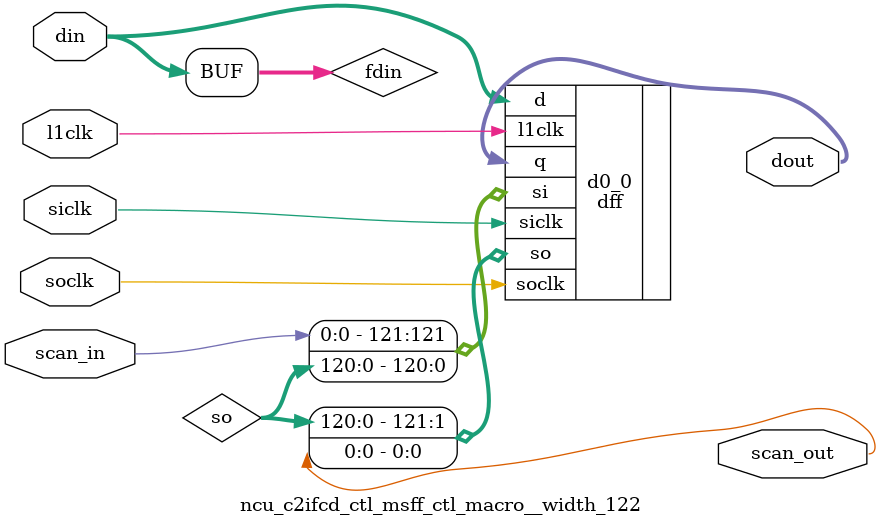
<source format=v>
module ncu_c2ifcd_ctl (
  cmp_io_sync_en, 
  cpubuf_head_s, 
  intbuf_hit_hwm, 
  io_cmp_sync_en, 
  io_mondo_data0_din_s, 
  io_mondo_data1_din_s, 
  io_mondo_data_wr_addr_s, 
  io_mondo_data_wr_s, 
  l2clk, 
  mondo_data0_dout, 
  mondo_data1_dout, 
  pcx_ncu_data_px2, 
  pcx_ncu_data_rdy_px1, 
  tcu_scan_en, 
  scan_in, 
  tap_mondo_acc_addr_s, 
  tap_mondo_acc_seq_s, 
  tap_mondo_din_s, 
  tap_mondo_wr_s, 
  tcu_clk_stop, 
  tcu_pce_ov, 
  tcu_aclk, 
  tcu_bclk, 
  mb0_mondo_rd_en, 
  mb0_mondo_wr_en, 
  mb0_intbuf_wr_en, 
  mb0_waddr, 
  mb0_raddr, 
  mb0_wdata, 
  mb0_run, 
  mb1_run, 
  mb1_wdata, 
  mb1_cpubuf_wr_en, 
  mb1_addr, 
  cpubuf_din, 
  cpubuf_tail_f, 
  cpubuf_tail_ptr, 
  cpubuf_wr, 
  intbuf_wr, 
  intbuf_din, 
  mondo_busy_vec_f, 
  mondo_data0_din, 
  mondo_data0_wr, 
  mondo_data1_din, 
  mondo_data1_wr, 
  mondo_data_addr_p0, 
  mondo_data_addr_p1, 
  mondo_rd_en, 
  ncu_pcx_stall_pq, 
  scan_out, 
  tap_mondo_acc_addr_invld_d2_f, 
  tap_mondo_acc_seq_d2_f, 
  tap_mondo_dout_d2_f, 
  intbuf_wr2i2c, 
  mondotbl_pe_f, 
  mondotbl_pei) ;
wire io_mondo_data_wr;
wire mondo_data_bypass_d2;
wire mondo_addr_creg_mdata0_dec_d2;
wire mondo_addr_creg_mdata1_dec_d2;
wire mondo_addr_creg_mbusy_dec_d2;
wire tap_mondo_rd_d2;
wire cpu_mondo_addr_invld_d2;
wire cpu_mondo_rd_d2;
wire [5:0] mondo_busy_addr_p0;
wire [5:0] mondo_busy_addr_p1;
wire mondo_busy_wr_p1;
wire [5:0] mondo_busy_addr_p2;
wire mondo_busy_wr_p2;
wire ncu_c2ifc_ctl_scanin;
wire ncu_c2ifc_ctl_scanout;
wire pcx_ncu_vld;
wire [4:0] pcx_ncu_req;
wire [39:0] pcx_ncu_addr;
wire [5:0] pcx_ncu_cputhr;
wire ncu_c2ifd_ctl_scanin;
wire ncu_c2ifd_ctl_scanout;


input			cmp_io_sync_en;		// To ncu_c2ifc_ctl of ncu_c2ifc_ctl.v, ...
input [5:0]		cpubuf_head_s;		// To ncu_c2ifc_ctl of ncu_c2ifc_ctl.v
input			intbuf_hit_hwm;	// To ncu_c2ifc_ctl of ncu_c2ifc_ctl.v
input			io_cmp_sync_en;		// To ncu_c2ifc_ctl of ncu_c2ifc_ctl.v, ...
input [63:0]		io_mondo_data0_din_s;	// To ncu_c2ifd_ctl of ncu_c2ifd_ctl.v
input [63:0]		io_mondo_data1_din_s;	// To ncu_c2ifd_ctl of ncu_c2ifd_ctl.v
input [5:0]		io_mondo_data_wr_addr_s;// To ncu_c2ifc_ctl of ncu_c2ifc_ctl.v
input			io_mondo_data_wr_s;	// To ncu_c2ifc_ctl of ncu_c2ifc_ctl.v
input			l2clk;			// To ncu_c2ifc_ctl of ncu_c2ifc_ctl.v, ...
input [71:0]		mondo_data0_dout;	// To ncu_c2ifd_ctl of ncu_c2ifd_ctl.v
input [71:0]		mondo_data1_dout;	// To ncu_c2ifd_ctl of ncu_c2ifd_ctl.v
input [129:0]		pcx_ncu_data_px2;	// To ncu_c2ifd_ctl of ncu_c2ifd_ctl.v
input			pcx_ncu_data_rdy_px1;	// To ncu_c2ifc_ctl of ncu_c2ifc_ctl.v
input			tcu_scan_en;
input			scan_in;		// To ncu_c2ifc_ctl of ncu_c2ifc_ctl.v
input [21:0]		tap_mondo_acc_addr_s;	// To ncu_c2ifc_ctl of ncu_c2ifc_ctl.v
input			tap_mondo_acc_seq_s;	// To ncu_c2ifc_ctl of ncu_c2ifc_ctl.v
input [63:0]		tap_mondo_din_s;	// To ncu_c2ifd_ctl of ncu_c2ifd_ctl.v
input			tap_mondo_wr_s;		// To ncu_c2ifc_ctl of ncu_c2ifc_ctl.v
input			tcu_clk_stop;		// To ncu_c2ifc_ctl of ncu_c2ifc_ctl.v, ...
input			tcu_pce_ov;		// To ncu_c2ifc_ctl of ncu_c2ifc_ctl.v, ...
input			tcu_aclk;		// To ncu_c2ifc_ctl of ncu_c2ifc_ctl.v, ...
input			tcu_bclk;		// To ncu_c2ifc_ctl of ncu_c2ifc_ctl.v, ...
//input			mb0_mondo_sel;
input			mb0_mondo_rd_en;
input			mb0_mondo_wr_en;
//input			mb0_cpubuf_sel;
//input			mb0_intbuf_sel;
input			mb0_intbuf_wr_en;
input [5:0]		mb0_waddr;
input [5:0]		mb0_raddr;
input [7:0]		mb0_wdata;
input			mb0_run;

input			mb1_run;
input[7:0]		mb1_wdata;
input			mb1_cpubuf_wr_en;
input[5:0]		mb1_addr;

output [143:0]		cpubuf_din;		// From ncu_c2ifd_ctl of ncu_c2ifd_ctl.v
output [5:0]		cpubuf_tail_f;		// From ncu_c2ifc_ctl of ncu_c2ifc_ctl.v
output [4:0]		cpubuf_tail_ptr;	// From ncu_c2ifc_ctl of ncu_c2ifc_ctl.v
output			cpubuf_wr;		// From ncu_c2ifc_ctl of ncu_c2ifc_ctl.v
output			intbuf_wr;		// From ncu_c2ifc_ctl of ncu_c2ifc_ctl.v
output [143:0]		intbuf_din;		// From ncu_c2ifd_ctl of ncu_c2ifd_ctl.v
output [63:0]		mondo_busy_vec_f;	// From ncu_c2ifd_ctl of ncu_c2ifd_ctl.v
output [71:0]		mondo_data0_din;	// From ncu_c2ifd_ctl of ncu_c2ifd_ctl.v
output			mondo_data0_wr;		// From ncu_c2ifc_ctl of ncu_c2ifc_ctl.v
output [71:0]		mondo_data1_din;	// From ncu_c2ifd_ctl of ncu_c2ifd_ctl.v
output			mondo_data1_wr;		// From ncu_c2ifc_ctl of ncu_c2ifc_ctl.v
output [5:0]		mondo_data_addr_p0;	// From ncu_c2ifc_ctl of ncu_c2ifc_ctl.v
output [5:0]		mondo_data_addr_p1;	// From ncu_c2ifc_ctl of ncu_c2ifc_ctl.v
output 			mondo_rd_en;
output			ncu_pcx_stall_pq;	// From ncu_c2ifc_ctl of ncu_c2ifc_ctl.v
output			scan_out;		// From ncu_c2ifd_ctl of ncu_c2ifd_ctl.v
output			tap_mondo_acc_addr_invld_d2_f;// From ncu_c2ifc_ctl of ncu_c2ifc_ctl.v
output			tap_mondo_acc_seq_d2_f;	// From ncu_c2ifc_ctl of ncu_c2ifc_ctl.v
output [63:0]		tap_mondo_dout_d2_f;	// From ncu_c2ifd_ctl of ncu_c2ifd_ctl.v
output			intbuf_wr2i2c;

// err ecc //
output			mondotbl_pe_f;
input			mondotbl_pei;


//assign mondo_rd_en = mb0_run ? mb0_mondo_rd_en : 1'b1;
assign mondo_rd_en = mb0_run ? mb0_mondo_rd_en : ~((mondo_data_addr_p0[5:0]==mondo_data_addr_p1[5:0])&
                                                                       (mondo_data0_wr|mondo_data1_wr));

/*****************************************************************
 * cpu-to-io fast control
 *****************************************************************/
///* ncu_c2ifc_ctl auto_template ( 
//				.scan_out() ); */
ncu_c2ifc_ctl ncu_c2ifc_ctl (/*AUTOINST*/
			     // Outputs
			     .ncu_pcx_stall_pq(ncu_pcx_stall_pq),
			     .io_mondo_data_wr(io_mondo_data_wr),
			     .mondo_data_bypass_d2(mondo_data_bypass_d2),
			     .mondo_addr_creg_mdata0_dec_d2(mondo_addr_creg_mdata0_dec_d2),
			     .mondo_addr_creg_mdata1_dec_d2(mondo_addr_creg_mdata1_dec_d2),
			     .mondo_addr_creg_mbusy_dec_d2(mondo_addr_creg_mbusy_dec_d2),
			     .tap_mondo_rd_d2(tap_mondo_rd_d2),
			     .cpu_mondo_addr_invld_d2(cpu_mondo_addr_invld_d2),
			     .cpubuf_tail_f(cpubuf_tail_f[5:0]),
			     .intbuf_wr	(intbuf_wr),
			     .intbuf_wr2i2c(intbuf_wr2i2c),
			     .cpu_mondo_rd_d2(cpu_mondo_rd_d2),
			     .tap_mondo_acc_addr_invld_d2_f(tap_mondo_acc_addr_invld_d2_f),
			     .tap_mondo_acc_seq_d2_f(tap_mondo_acc_seq_d2_f),
			     .mondo_data_addr_p0(mondo_data_addr_p0[5:0]),
			     .mondo_busy_addr_p0(mondo_busy_addr_p0[5:0]),
			     .mondo_data_addr_p1(mondo_data_addr_p1[5:0]),
			     .mondo_busy_addr_p1(mondo_busy_addr_p1[5:0]),
			     .mondo_busy_wr_p1(mondo_busy_wr_p1),
			     .mondo_busy_addr_p2(mondo_busy_addr_p2[5:0]),
			     .mondo_busy_wr_p2(mondo_busy_wr_p2),
			     .mondo_data0_wr(mondo_data0_wr),
			     .mondo_data1_wr(mondo_data1_wr),
			     .cpubuf_wr	(cpubuf_wr),
			     .cpubuf_tail_ptr(cpubuf_tail_ptr[4:0]),
			     // Inputs
			     .scan_in(ncu_c2ifc_ctl_scanin),
			     .scan_out(ncu_c2ifc_ctl_scanout),
			     .l2clk	(l2clk),
			     .cmp_io_sync_en(cmp_io_sync_en),
			     .io_cmp_sync_en(io_cmp_sync_en),
			     .tcu_scan_en(tcu_scan_en),
			     .tcu_pce_ov(tcu_pce_ov),
			     .tcu_clk_stop(tcu_clk_stop),
			     .tcu_aclk	(tcu_aclk),
			     .tcu_bclk	(tcu_bclk),
			     .pcx_ncu_data_rdy_px1(pcx_ncu_data_rdy_px1),
			     .pcx_ncu_vld(pcx_ncu_vld),
			     .pcx_ncu_req(pcx_ncu_req[4:0]),
			     .pcx_ncu_addr(pcx_ncu_addr[39:0]),
			     .pcx_ncu_cputhr(pcx_ncu_cputhr[5:0]),
			     .cpubuf_head_s(cpubuf_head_s[5:0]),
			     .intbuf_hit_hwm(intbuf_hit_hwm),
			     .io_mondo_data_wr_s(io_mondo_data_wr_s),
			     .io_mondo_data_wr_addr_s(io_mondo_data_wr_addr_s[5:0]),
			     .tap_mondo_acc_addr_s(tap_mondo_acc_addr_s[21:0]),
			     .tap_mondo_acc_seq_s(tap_mondo_acc_seq_s),
			     .tap_mondo_wr_s(tap_mondo_wr_s),
			     .mb1_cpubuf_wr_en(mb1_cpubuf_wr_en),
			     .mb1_run(mb1_run),
			     .mb1_waddr(mb1_addr[5:0]),
			     .mb0_run(mb0_run),
			     .mb0_intbuf_wr_en(mb0_intbuf_wr_en),
			     .mb0_waddr	(mb0_waddr[5:0]),
			     .mb0_raddr	(mb0_raddr[5:0]),
  .mb0_mondo_wr_en(mb0_mondo_wr_en));


/*****************************************************************
 * cpu-to-io fast datapath
 *****************************************************************/
///* ncu_c2ifd_ctl auto_template ( 
// 				.scan_out( ) ); */
ncu_c2ifd_ctl ncu_c2ifd_ctl (/*AUTOINST*/
			     // Outputs
			     .pcx_ncu_vld(pcx_ncu_vld),
			     .pcx_ncu_req(pcx_ncu_req[4:0]),
			     .pcx_ncu_addr(pcx_ncu_addr[39:0]),
			     .pcx_ncu_cputhr(pcx_ncu_cputhr[5:0]),
			     .tap_mondo_dout_d2_f(tap_mondo_dout_d2_f[63:0]),
			     .mondotbl_pe_f(mondotbl_pe_f),
			     .intbuf_din(intbuf_din[143:0]),
			     .mondo_data0_din(mondo_data0_din[71:0]),
			     .mondo_data1_din(mondo_data1_din[71:0]),
			     .mondo_busy_vec_f(mondo_busy_vec_f[63:0]),
			     .cpubuf_din(cpubuf_din[143:0]),
			     // Inputs
			     .scan_in(ncu_c2ifd_ctl_scanin),
			     .scan_out(ncu_c2ifd_ctl_scanout),
			     .l2clk	(l2clk),
			     .cmp_io_sync_en(cmp_io_sync_en),
			     .io_cmp_sync_en(io_cmp_sync_en),
			     .tcu_scan_en(tcu_scan_en),
			     .tcu_pce_ov(tcu_pce_ov),
			     .tcu_clk_stop(tcu_clk_stop),
			     .tcu_aclk	(tcu_aclk),
			     .tcu_bclk	(tcu_bclk),
			     .pcx_ncu_data_px2(pcx_ncu_data_px2[129:0]),
			     .io_mondo_data_wr(io_mondo_data_wr),
			     .mondo_data_bypass_d2(mondo_data_bypass_d2),
			     .mondo_addr_creg_mdata0_dec_d2(mondo_addr_creg_mdata0_dec_d2),
			     .mondo_addr_creg_mdata1_dec_d2(mondo_addr_creg_mdata1_dec_d2),
			     .mondo_addr_creg_mbusy_dec_d2(mondo_addr_creg_mbusy_dec_d2),
			     .tap_mondo_rd_d2(tap_mondo_rd_d2),
			     .cpu_mondo_rd_d2(cpu_mondo_rd_d2),
			     .cpu_mondo_addr_invld_d2(cpu_mondo_addr_invld_d2),
			     .io_mondo_data0_din_s(io_mondo_data0_din_s[63:0]),
			     .io_mondo_data1_din_s(io_mondo_data1_din_s[63:0]),
			     .tap_mondo_din_s(tap_mondo_din_s[63:0]),
			     .mb0_mondo_wr_en(mb0_mondo_wr_en),
			     //.mb0_intbuf_wr_en(mb0_intbuf_wr_en),
			     //.mb0_cpubuf_sel(mb0_cpubuf_sel),
			     .mb1_run(mb1_run),
			     .mb1_wdata(mb1_wdata[7:0]),
			     .mb1_addr(mb1_addr[5:0]),
			     .mb1_cpubuf_wr_en(mb1_cpubuf_wr_en),
			     .mb0_run(mb0_run),
			     .mb0_wdata	(mb0_wdata[7:0]),
			     .mondotbl_pei(mondotbl_pei),
			     .mondo_data0_dout(mondo_data0_dout[71:0]),
			     .mondo_data1_dout(mondo_data1_dout[71:0]),
			     .mondo_busy_addr_p0(mondo_busy_addr_p0[5:0]),
			     .mondo_busy_addr_p1(mondo_busy_addr_p1[5:0]),
			     .mondo_busy_wr_p1(mondo_busy_wr_p1),
			     .mondo_busy_addr_p2(mondo_busy_addr_p2[5:0]),
			     .mondo_busy_wr_p2(mondo_busy_wr_p2));



// fixscan start:
assign ncu_c2ifc_ctl_scanin      = scan_in                  ;
assign ncu_c2ifd_ctl_scanin      = ncu_c2ifc_ctl_scanout    ;
assign scan_out                  = ncu_c2ifd_ctl_scanout    ;
// fixscan end:
endmodule

// Local Variables:
// verilog-library-directories:("." "../common")
// End:
//



// any PARAMS parms go into naming of macro

module ncu_c2ifcd_ctl_msff_ctl_macro__width_1 (
  din, 
  l1clk, 
  scan_in, 
  siclk, 
  soclk, 
  dout, 
  scan_out);
wire [0:0] fdin;

  input [0:0] din;
  input l1clk;
  input scan_in;


  input siclk;
  input soclk;

  output [0:0] dout;
  output scan_out;
assign fdin[0:0] = din[0:0];






dff /*#(1)*/  d0_0 (
.l1clk(l1clk),
.siclk(siclk),
.soclk(soclk),
.d(fdin[0:0]),
.si(scan_in),
.so(scan_out),
.q(dout[0:0])
);












endmodule













// any PARAMS parms go into naming of macro

module ncu_c2ifcd_ctl_msff_ctl_macro__en_1__width_1 (
  din, 
  en, 
  l1clk, 
  scan_in, 
  siclk, 
  soclk, 
  dout, 
  scan_out);
wire [0:0] fdin;

  input [0:0] din;
  input en;
  input l1clk;
  input scan_in;


  input siclk;
  input soclk;

  output [0:0] dout;
  output scan_out;
assign fdin[0:0] = (din[0:0] & {1{en}}) | (dout[0:0] & ~{1{en}});






dff /*#(1)*/  d0_0 (
.l1clk(l1clk),
.siclk(siclk),
.soclk(soclk),
.d(fdin[0:0]),
.si(scan_in),
.so(scan_out),
.q(dout[0:0])
);












endmodule













// any PARAMS parms go into naming of macro

module ncu_c2ifcd_ctl_msff_ctl_macro__en_1__width_6 (
  din, 
  en, 
  l1clk, 
  scan_in, 
  siclk, 
  soclk, 
  dout, 
  scan_out);
wire [5:0] fdin;
wire [4:0] so;

  input [5:0] din;
  input en;
  input l1clk;
  input scan_in;


  input siclk;
  input soclk;

  output [5:0] dout;
  output scan_out;
assign fdin[5:0] = (din[5:0] & {6{en}}) | (dout[5:0] & ~{6{en}});






dff /*#(6)*/  d0_0 (
.l1clk(l1clk),
.siclk(siclk),
.soclk(soclk),
.d(fdin[5:0]),
.si({scan_in,so[4:0]}),
.so({so[4:0],scan_out}),
.q(dout[5:0])
);












endmodule













// any PARAMS parms go into naming of macro

module ncu_c2ifcd_ctl_msff_ctl_macro__en_1__width_22 (
  din, 
  en, 
  l1clk, 
  scan_in, 
  siclk, 
  soclk, 
  dout, 
  scan_out);
wire [21:0] fdin;
wire [20:0] so;

  input [21:0] din;
  input en;
  input l1clk;
  input scan_in;


  input siclk;
  input soclk;

  output [21:0] dout;
  output scan_out;
assign fdin[21:0] = (din[21:0] & {22{en}}) | (dout[21:0] & ~{22{en}});






dff /*#(22)*/  d0_0 (
.l1clk(l1clk),
.siclk(siclk),
.soclk(soclk),
.d(fdin[21:0]),
.si({scan_in,so[20:0]}),
.so({so[20:0],scan_out}),
.q(dout[21:0])
);












endmodule













// any PARAMS parms go into naming of macro

module ncu_c2ifcd_ctl_msff_ctl_macro__width_6 (
  din, 
  l1clk, 
  scan_in, 
  siclk, 
  soclk, 
  dout, 
  scan_out);
wire [5:0] fdin;
wire [4:0] so;

  input [5:0] din;
  input l1clk;
  input scan_in;


  input siclk;
  input soclk;

  output [5:0] dout;
  output scan_out;
assign fdin[5:0] = din[5:0];






dff /*#(6)*/  d0_0 (
.l1clk(l1clk),
.siclk(siclk),
.soclk(soclk),
.d(fdin[5:0]),
.si({scan_in,so[4:0]}),
.so({so[4:0],scan_out}),
.q(dout[5:0])
);












endmodule













// any PARAMS parms go into naming of macro

module ncu_c2ifcd_ctl_l1clkhdr_ctl_macro (
  l2clk, 
  l1en, 
  pce_ov, 
  stop, 
  se, 
  l1clk);


  input l2clk;
  input l1en;
  input pce_ov;
  input stop;
  input se;
  output l1clk;



 

cl_sc1_l1hdr_8x c_0 (


   .l2clk(l2clk),
   .pce(l1en),
   .l1clk(l1clk),
  .se(se),
  .pce_ov(pce_ov),
  .stop(stop)
);



endmodule



// Local Variables:
// verilog-auto-sense-defines-constant:t
// End:






// any PARAMS parms go into naming of macro

module ncu_c2ifcd_ctl_msff_ctl_macro__width_129 (
  din, 
  l1clk, 
  scan_in, 
  siclk, 
  soclk, 
  dout, 
  scan_out);
wire [128:0] fdin;
wire [127:0] so;

  input [128:0] din;
  input l1clk;
  input scan_in;


  input siclk;
  input soclk;

  output [128:0] dout;
  output scan_out;
assign fdin[128:0] = din[128:0];






dff /*#(129)*/  d0_0 (
.l1clk(l1clk),
.siclk(siclk),
.soclk(soclk),
.d(fdin[128:0]),
.si({scan_in,so[127:0]}),
.so({so[127:0],scan_out}),
.q(dout[128:0])
);












endmodule








// any PARAMS parms go into naming of macro

module ncu_c2ifcd_ctl_msff_ctl_macro__en_1__width_64 (
  din, 
  en, 
  l1clk, 
  scan_in, 
  siclk, 
  soclk, 
  dout, 
  scan_out);
wire [63:0] fdin;
wire [62:0] so;

  input [63:0] din;
  input en;
  input l1clk;
  input scan_in;


  input siclk;
  input soclk;

  output [63:0] dout;
  output scan_out;
assign fdin[63:0] = (din[63:0] & {64{en}}) | (dout[63:0] & ~{64{en}});






dff /*#(64)*/  d0_0 (
.l1clk(l1clk),
.siclk(siclk),
.soclk(soclk),
.d(fdin[63:0]),
.si({scan_in,so[62:0]}),
.so({so[62:0],scan_out}),
.q(dout[63:0])
);












endmodule













// any PARAMS parms go into naming of macro

module ncu_c2ifcd_ctl_msff_ctl_macro__width_72 (
  din, 
  l1clk, 
  scan_in, 
  siclk, 
  soclk, 
  dout, 
  scan_out);
wire [71:0] fdin;
wire [70:0] so;

  input [71:0] din;
  input l1clk;
  input scan_in;


  input siclk;
  input soclk;

  output [71:0] dout;
  output scan_out;
assign fdin[71:0] = din[71:0];






dff /*#(72)*/  d0_0 (
.l1clk(l1clk),
.siclk(siclk),
.soclk(soclk),
.d(fdin[71:0]),
.si({scan_in,so[70:0]}),
.so({so[70:0],scan_out}),
.q(dout[71:0])
);












endmodule













// any PARAMS parms go into naming of macro

module ncu_c2ifcd_ctl_msff_ctl_macro__width_3 (
  din, 
  l1clk, 
  scan_in, 
  siclk, 
  soclk, 
  dout, 
  scan_out);
wire [2:0] fdin;
wire [1:0] so;

  input [2:0] din;
  input l1clk;
  input scan_in;


  input siclk;
  input soclk;

  output [2:0] dout;
  output scan_out;
assign fdin[2:0] = din[2:0];






dff /*#(3)*/  d0_0 (
.l1clk(l1clk),
.siclk(siclk),
.soclk(soclk),
.d(fdin[2:0]),
.si({scan_in,so[1:0]}),
.so({so[1:0],scan_out}),
.q(dout[2:0])
);












endmodule













// any PARAMS parms go into naming of macro

module ncu_c2ifcd_ctl_msff_ctl_macro__width_8 (
  din, 
  l1clk, 
  scan_in, 
  siclk, 
  soclk, 
  dout, 
  scan_out);
wire [7:0] fdin;
wire [6:0] so;

  input [7:0] din;
  input l1clk;
  input scan_in;


  input siclk;
  input soclk;

  output [7:0] dout;
  output scan_out;
assign fdin[7:0] = din[7:0];






dff /*#(8)*/  d0_0 (
.l1clk(l1clk),
.siclk(siclk),
.soclk(soclk),
.d(fdin[7:0]),
.si({scan_in,so[6:0]}),
.so({so[6:0],scan_out}),
.q(dout[7:0])
);












endmodule













// any PARAMS parms go into naming of macro

module ncu_c2ifcd_ctl_msff_ctl_macro__width_64 (
  din, 
  l1clk, 
  scan_in, 
  siclk, 
  soclk, 
  dout, 
  scan_out);
wire [63:0] fdin;
wire [62:0] so;

  input [63:0] din;
  input l1clk;
  input scan_in;


  input siclk;
  input soclk;

  output [63:0] dout;
  output scan_out;
assign fdin[63:0] = din[63:0];






dff /*#(64)*/  d0_0 (
.l1clk(l1clk),
.siclk(siclk),
.soclk(soclk),
.d(fdin[63:0]),
.si({scan_in,so[62:0]}),
.so({so[62:0],scan_out}),
.q(dout[63:0])
);












endmodule





// any PARAMS parms go into naming of macro

module ncu_c2ifcd_ctl_msff_ctl_macro__width_122 (
  din, 
  l1clk, 
  scan_in, 
  siclk, 
  soclk, 
  dout, 
  scan_out);
wire [121:0] fdin;
wire [120:0] so;

  input [121:0] din;
  input l1clk;
  input scan_in;


  input siclk;
  input soclk;

  output [121:0] dout;
  output scan_out;
assign fdin[121:0] = din[121:0];






dff /*#(122)*/  d0_0 (
.l1clk(l1clk),
.siclk(siclk),
.soclk(soclk),
.d(fdin[121:0]),
.si({scan_in,so[120:0]}),
.so({so[120:0],scan_out}),
.q(dout[121:0])
);












endmodule









</source>
